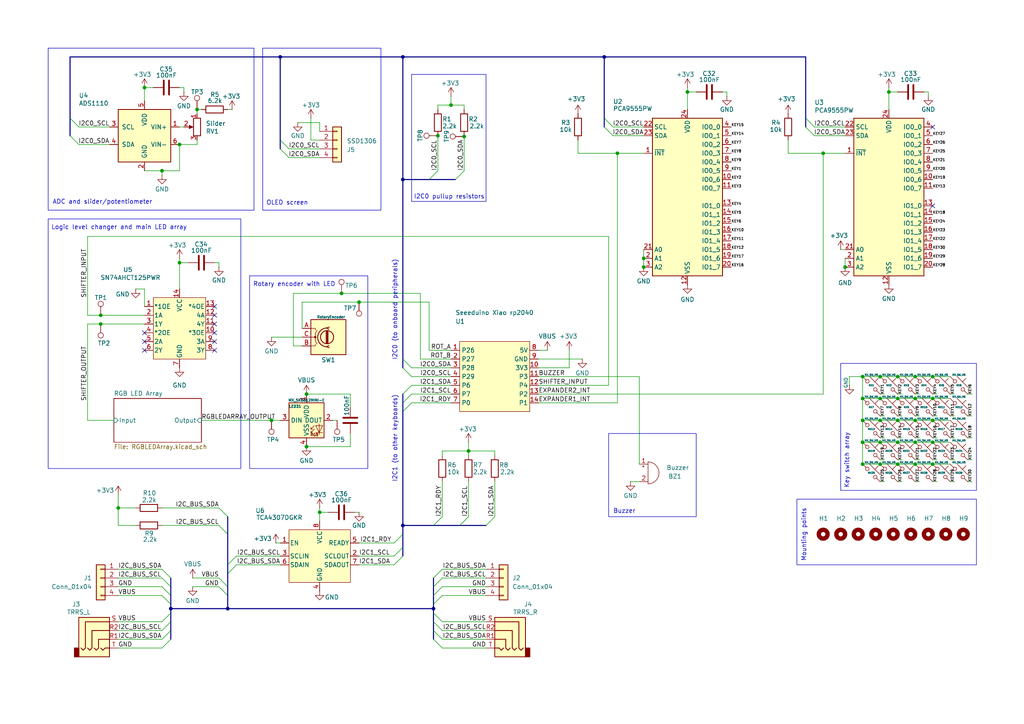
<source format=kicad_sch>
(kicad_sch (version 20250114) (generator "eeschema") (generator_version "9.0")
  (paper "A4")
  (title_block (title "The Interchange Keyboard - Right Module") (date "2025-04-16") (rev "v4.0") (company "Edward Hesketh"))
  (rectangle (start 13.97 13.97) (end 73.66 60.96))
  (rectangle (start 243.84 105.41) (end 283.21 142.24))
  (rectangle (start 119.38 21.59) (end 140.97 58.42))
  (rectangle (start 176.53 125.73) (end 201.93 149.86))
  (rectangle (start 231.14 144.78) (end 283.21 163.83))
  (rectangle (start 72.39 80.01) (end 106.68 135.89))
  (rectangle (start 13.97 63.5) (end 69.85 135.89))
  (rectangle (start 76.2 13.97) (end 110.49 60.96))
  (text "I2C0 (to onboard peripherals)" (at 114.554 89.916 90) (effects (font (size 1.27 1.27))))
  (text "I2C1 (to other keyboards)" (at 114.554 127.254 90) (effects (font (size 1.27 1.27))))
  (text "Mounting points" (at 233.172 155.194 90) (effects (font (size 1.27 1.27))))
  (text "OLED screen" (at 83.312 58.928 0) (effects (font (size 1.27 1.27))))
  (text "Rotary encoder with LED" (at 85.344 82.55 0) (effects (font (size 1.27 1.27))))
  (text "Buzzer" (at 181.102 148.336 0) (effects (font (size 1.27 1.27))))
  (text "I2C0 pullup resistors" (at 130.302 57.15 0) (effects (font (size 1.27 1.27))))
  (text "ADC and slider/potentiometer" (at 29.718 58.674 0) (effects (font (size 1.27 1.27))))
  (text "Key switch array" (at 245.618 133.604 90) (effects (font (size 1.27 1.27))))
  (text "Logic level changer and main LED array" (at 34.544 66.04 0) (effects (font (size 1.27 1.27))))
  (junction (at 270.51 109.22))
  (junction (at 199.39 26.67))
  (junction (at 186.69 74.93))
  (junction (at 116.84 16.51))
  (junction (at 265.43 128.27))
  (junction (at 127 39.37))
  (junction (at 255.27 115.57))
  (junction (at 260.35 121.92))
  (junction (at 265.43 134.62))
  (junction (at 179.07 44.45))
  (junction (at 81.28 16.51))
  (junction (at 255.27 109.22))
  (junction (at 34.29 147.32))
  (junction (at 104.14 87.63))
  (junction (at 92.71 148.59))
  (junction (at 52.07 76.2))
  (junction (at 99.06 85.09))
  (junction (at 29.21 93.98))
  (junction (at 250.19 121.92))
  (junction (at 257.81 26.67))
  (junction (at 270.51 121.92))
  (junction (at 265.43 115.57))
  (junction (at 116.84 152.4))
  (junction (at 238.76 44.45))
  (junction (at 270.51 134.62))
  (junction (at 260.35 134.62))
  (junction (at 29.21 91.44))
  (junction (at 260.35 128.27))
  (junction (at 260.35 109.22))
  (junction (at 78.74 121.92))
  (junction (at 250.19 115.57))
  (junction (at 175.26 16.51))
  (junction (at 255.27 121.92))
  (junction (at 57.15 31.75))
  (junction (at 135.89 130.81))
  (junction (at 49.53 176.53))
  (junction (at 52.07 41.91))
  (junction (at 250.19 109.22))
  (junction (at 134.62 39.5919))
  (junction (at 130.81 30.48))
  (junction (at 66.04 176.53))
  (junction (at 186.69 77.47))
  (junction (at 41.91 25.4))
  (junction (at 88.9 114.3))
  (junction (at 245.11 77.47))
  (junction (at 255.27 134.62))
  (junction (at 270.51 115.57))
  (junction (at 125.73 176.53))
  (junction (at 260.35 115.57))
  (junction (at 270.51 128.27))
  (junction (at 265.43 109.22))
  (junction (at 46.99 49.53))
  (junction (at 250.19 128.27))
  (junction (at 255.27 128.27))
  (junction (at 250.19 134.62))
  (junction (at 265.43 121.92))
  (junction (at 88.9 129.54))
  (junction (at 116.84 52.07))
  (no_connect (at 270.51 59.69))
  (no_connect (at 270.51 36.83))
  (no_connect (at 41.91 96.52))
  (no_connect (at 62.23 93.98))
  (no_connect (at 62.23 88.9))
  (no_connect (at 62.23 99.06))
  (no_connect (at 62.23 91.44))
  (no_connect (at 41.91 101.6))
  (no_connect (at 62.23 96.52))
  (no_connect (at 41.91 99.06))
  (no_connect (at 62.23 101.6))
  (bus_entry (at 132.08 52.07) (size 2.54 -2.54))
  (bus_entry (at 116.84 116.84) (size 2.54 -2.54))
  (bus_entry (at 46.99 172.72) (size 2.54 2.54))
  (bus_entry (at 128.27 170.18) (size -2.54 2.54))
  (bus_entry (at 114.3 157.48) (size 2.54 -2.54))
  (bus_entry (at 46.99 187.96) (size 2.54 -2.54))
  (bus_entry (at 81.28 43.18) (size 2.54 2.54))
  (bus_entry (at 233.68 36.83) (size 2.54 2.54))
  (bus_entry (at 133.35 152.4) (size 2.54 -2.54))
  (bus_entry (at 46.99 167.64) (size 2.54 2.54))
  (bus_entry (at 46.99 180.34) (size 2.54 -2.54))
  (bus_entry (at 20.32 34.29) (size 2.54 2.54))
  (bus_entry (at 116.84 161.29) (size -2.54 2.54))
  (bus_entry (at 46.99 165.1) (size 2.54 2.54))
  (bus_entry (at 128.27 185.42) (size -2.54 -2.54))
  (bus_entry (at 46.99 185.42) (size 2.54 -2.54))
  (bus_entry (at 66.04 172.72) (size -2.54 -2.54))
  (bus_entry (at 116.84 106.68) (size 2.54 2.54))
  (bus_entry (at 81.28 40.64) (size 2.54 2.54))
  (bus_entry (at 66.04 149.86) (size -2.54 -2.54))
  (bus_entry (at 128.27 167.64) (size -2.54 2.54))
  (bus_entry (at 128.27 172.72) (size -2.54 2.54))
  (bus_entry (at 140.97 152.4) (size 2.54 -2.54))
  (bus_entry (at 116.84 158.75) (size -2.54 2.54))
  (bus_entry (at 66.04 170.18) (size -2.54 -2.54))
  (bus_entry (at 128.27 180.34) (size -2.54 -2.54))
  (bus_entry (at 68.58 163.83) (size -2.54 2.54))
  (bus_entry (at 128.27 182.88) (size -2.54 -2.54))
  (bus_entry (at 46.99 170.18) (size 2.54 2.54))
  (bus_entry (at 175.26 34.29) (size 2.54 2.54))
  (bus_entry (at 124.46 52.07) (size 2.54 -2.54))
  (bus_entry (at 125.73 152.4) (size 2.54 -2.54))
  (bus_entry (at 175.26 36.83) (size 2.54 2.54))
  (bus_entry (at 20.32 39.37) (size 2.54 2.54))
  (bus_entry (at 116.84 104.14) (size 2.54 2.54))
  (bus_entry (at 66.04 154.94) (size -2.54 -2.54))
  (bus_entry (at 68.58 161.29) (size -2.54 2.54))
  (bus_entry (at 46.99 182.88) (size 2.54 -2.54))
  (bus_entry (at 116.84 119.38) (size 2.54 -2.54))
  (bus_entry (at 128.27 187.96) (size -2.54 -2.54))
  (bus_entry (at 116.84 114.3) (size 2.54 -2.54))
  (bus_entry (at 233.68 34.29) (size 2.54 2.54))
  (bus_entry (at 128.27 165.1) (size -2.54 2.54))
  (bus (pts (xy 125.73 175.26) (xy 125.73 176.53)))
  (wire (pts (xy 236.22 36.83) (xy 245.11 36.83)))
  (bus (pts (xy 133.35 152.4) (xy 140.97 152.4)))
  (wire (pts (xy 255.27 115.57) (xy 260.35 115.57)))
  (wire (pts (xy 29.21 93.98) (xy 41.91 93.98)))
  (wire (pts (xy 185.42 109.22) (xy 156.21 109.22)))
  (wire (pts (xy 250.19 109.22) (xy 246.38 109.22)))
  (bus (pts (xy 66.04 154.94) (xy 66.04 163.83)))
  (wire (pts (xy 228.6 40.64) (xy 228.6 44.45)))
  (wire (pts (xy 99.06 85.09) (xy 85.09 85.09)))
  (wire (pts (xy 46.99 165.1) (xy 34.29 165.1)))
  (wire (pts (xy 101.6 118.11) (xy 101.6 114.3)))
  (bus (pts (xy 233.68 34.29) (xy 233.68 36.83)))
  (wire (pts (xy 177.8 36.83) (xy 186.69 36.83)))
  (bus (pts (xy 116.84 52.07) (xy 124.46 52.07)))
  (bus (pts (xy 49.53 180.34) (xy 49.53 182.88)))
  (wire (pts (xy 266.7 120.65) (xy 265.43 120.65)))
  (bus (pts (xy 49.53 176.53) (xy 49.53 177.8)))
  (wire (pts (xy 101.6 114.3) (xy 88.9 114.3)))
  (wire (pts (xy 185.42 109.22) (xy 185.42 134.62)))
  (wire (pts (xy 281.94 133.35) (xy 280.67 133.35)))
  (wire (pts (xy 83.82 43.18) (xy 92.71 43.18)))
  (wire (pts (xy 54.61 76.2) (xy 52.07 76.2)))
  (wire (pts (xy 46.99 167.64) (xy 34.29 167.64)))
  (wire (pts (xy 143.51 130.81) (xy 143.51 132.08)))
  (bus (pts (xy 125.73 167.64) (xy 125.73 170.18)))
  (wire (pts (xy 119.38 116.84) (xy 130.81 116.84)))
  (bus (pts (xy 81.28 16.51) (xy 116.84 16.51)))
  (wire (pts (xy 128.27 167.64) (xy 140.97 167.64)))
  (wire (pts (xy 250.19 115.57) (xy 255.27 115.57)))
  (wire (pts (xy 52.07 49.53) (xy 52.07 41.91)))
  (bus (pts (xy 175.26 16.51) (xy 233.68 16.51)))
  (wire (pts (xy 99.06 85.09) (xy 121.92 85.09)))
  (bus (pts (xy 116.84 116.84) (xy 116.84 119.38)))
  (wire (pts (xy 256.54 139.7) (xy 255.27 139.7)))
  (wire (pts (xy 90.17 40.64) (xy 92.71 40.64)))
  (wire (pts (xy 238.76 44.45) (xy 238.76 114.3)))
  (wire (pts (xy 128.27 187.96) (xy 140.97 187.96)))
  (bus (pts (xy 116.84 158.75) (xy 116.84 161.29)))
  (wire (pts (xy 58.42 121.92) (xy 78.74 121.92)))
  (wire (pts (xy 135.89 128.27) (xy 135.89 130.81)))
  (wire (pts (xy 87.63 87.63) (xy 87.63 95.25)))
  (bus (pts (xy 125.73 176.53) (xy 125.73 177.8)))
  (wire (pts (xy 63.5 76.2) (xy 62.23 76.2)))
  (wire (pts (xy 176.53 111.76) (xy 176.53 68.58)))
  (wire (pts (xy 246.38 109.22) (xy 246.38 111.76)))
  (bus (pts (xy 49.53 175.26) (xy 49.53 176.53)))
  (wire (pts (xy 29.21 91.44) (xy 41.91 91.44)))
  (wire (pts (xy 238.76 44.45) (xy 245.11 44.45)))
  (wire (pts (xy 25.4 121.92) (xy 33.02 121.92)))
  (wire (pts (xy 128.27 172.72) (xy 140.97 172.72)))
  (bus (pts (xy 116.84 152.4) (xy 116.84 154.94)))
  (wire (pts (xy 156.21 111.76) (xy 176.53 111.76)))
  (wire (pts (xy 265.43 121.92) (xy 270.51 121.92)))
  (wire (pts (xy 250.19 115.57) (xy 250.19 121.92)))
  (wire (pts (xy 121.92 104.14) (xy 130.81 104.14)))
  (bus (pts (xy 66.04 163.83) (xy 66.04 166.37)))
  (wire (pts (xy 46.99 180.34) (xy 34.29 180.34)))
  (wire (pts (xy 261.62 127) (xy 260.35 127)))
  (wire (pts (xy 266.7 133.35) (xy 265.43 133.35)))
  (wire (pts (xy 127 30.48) (xy 127 31.75)))
  (wire (pts (xy 104.14 148.59) (xy 102.87 148.59)))
  (wire (pts (xy 128.27 130.81) (xy 135.89 130.81)))
  (wire (pts (xy 265.43 128.27) (xy 270.51 128.27)))
  (wire (pts (xy 53.34 36.83) (xy 52.07 36.83)))
  (wire (pts (xy 261.62 133.35) (xy 260.35 133.35)))
  (wire (pts (xy 134.62 49.53) (xy 134.62 39.5919)))
  (wire (pts (xy 97.79 121.92) (xy 96.52 121.92)))
  (wire (pts (xy 250.19 128.27) (xy 250.19 134.62)))
  (wire (pts (xy 119.38 114.3) (xy 130.81 114.3)))
  (wire (pts (xy 104.14 163.83) (xy 114.3 163.83)))
  (bus (pts (xy 124.46 52.07) (xy 132.08 52.07)))
  (wire (pts (xy 92.71 148.59) (xy 92.71 151.13)))
  (wire (pts (xy 257.81 26.67) (xy 257.81 31.75)))
  (wire (pts (xy 245.11 74.93) (xy 245.11 77.47)))
  (wire (pts (xy 260.35 134.62) (xy 265.43 134.62)))
  (wire (pts (xy 135.89 139.7) (xy 135.89 149.86)))
  (wire (pts (xy 46.99 147.32) (xy 63.5 147.32)))
  (wire (pts (xy 46.99 185.42) (xy 34.29 185.42)))
  (wire (pts (xy 83.82 45.72) (xy 92.71 45.72)))
  (wire (pts (xy 46.99 152.4) (xy 63.5 152.4)))
  (wire (pts (xy 130.81 30.48) (xy 134.62 30.48)))
  (wire (pts (xy 101.6 125.73) (xy 101.6 129.54)))
  (bus (pts (xy 116.84 152.4) (xy 125.73 152.4)))
  (wire (pts (xy 104.14 161.29) (xy 114.3 161.29)))
  (wire (pts (xy 276.86 120.65) (xy 275.59 120.65)))
  (bus (pts (xy 125.73 152.4) (xy 133.35 152.4)))
  (wire (pts (xy 165.1 101.6) (xy 165.1 106.68)))
  (bus (pts (xy 49.53 182.88) (xy 49.53 185.42)))
  (wire (pts (xy 250.19 134.62) (xy 255.27 134.62)))
  (wire (pts (xy 29.21 93.98) (xy 25.4 93.98)))
  (wire (pts (xy 78.74 121.92) (xy 81.28 121.92)))
  (bus (pts (xy 175.26 16.51) (xy 175.26 34.29)))
  (wire (pts (xy 25.4 68.58) (xy 25.4 91.44)))
  (wire (pts (xy 270.51 109.22) (xy 275.59 109.22)))
  (wire (pts (xy 270.51 128.27) (xy 275.59 128.27)))
  (bus (pts (xy 116.84 52.07) (xy 116.84 16.51)))
  (wire (pts (xy 90.17 34.29) (xy 90.17 40.64)))
  (wire (pts (xy 78.74 97.79) (xy 87.63 97.79)))
  (wire (pts (xy 63.5 167.64) (xy 55.88 167.64)))
  (bus (pts (xy 20.32 34.29) (xy 20.32 39.37)))
  (wire (pts (xy 265.43 115.57) (xy 270.51 115.57)))
  (wire (pts (xy 46.99 49.53) (xy 52.07 49.53)))
  (bus (pts (xy 116.84 104.14) (xy 116.84 106.68)))
  (bus (pts (xy 49.53 167.64) (xy 49.53 170.18)))
  (wire (pts (xy 176.53 68.58) (xy 25.4 68.58)))
  (bus (pts (xy 66.04 170.18) (xy 66.04 172.72)))
  (wire (pts (xy 165.1 106.68) (xy 156.21 106.68)))
  (bus (pts (xy 66.04 172.72) (xy 66.04 176.53)))
  (wire (pts (xy 210.82 27.94) (xy 210.82 26.67)))
  (wire (pts (xy 25.4 93.98) (xy 25.4 121.92)))
  (wire (pts (xy 271.78 114.3) (xy 270.51 114.3)))
  (wire (pts (xy 257.81 25.4) (xy 257.81 26.67)))
  (wire (pts (xy 85.09 85.09) (xy 85.09 100.33)))
  (wire (pts (xy 39.37 83.82) (xy 41.91 83.82)))
  (wire (pts (xy 256.54 120.65) (xy 255.27 120.65)))
  (wire (pts (xy 167.64 44.45) (xy 179.07 44.45)))
  (wire (pts (xy 236.22 39.37) (xy 245.11 39.37)))
  (bus (pts (xy 125.73 170.18) (xy 125.73 172.72)))
  (wire (pts (xy 130.81 27.94) (xy 130.81 30.48)))
  (wire (pts (xy 266.7 114.3) (xy 265.43 114.3)))
  (wire (pts (xy 281.94 139.7) (xy 280.67 139.7)))
  (bus (pts (xy 49.53 172.72) (xy 49.53 175.26)))
  (wire (pts (xy 255.27 109.22) (xy 260.35 109.22)))
  (wire (pts (xy 260.35 109.22) (xy 265.43 109.22)))
  (wire (pts (xy 104.14 87.63) (xy 124.46 87.63)))
  (wire (pts (xy 260.35 121.92) (xy 265.43 121.92)))
  (wire (pts (xy 168.91 104.14) (xy 156.21 104.14)))
  (wire (pts (xy 46.99 172.72) (xy 34.29 172.72)))
  (wire (pts (xy 63.5 170.18) (xy 55.88 170.18)))
  (wire (pts (xy 186.69 74.93) (xy 186.69 77.47)))
  (wire (pts (xy 250.19 109.22) (xy 250.19 115.57)))
  (wire (pts (xy 179.07 44.45) (xy 186.69 44.45)))
  (bus (pts (xy 66.04 166.37) (xy 66.04 170.18)))
  (wire (pts (xy 127 39.37) (xy 127 49.53)))
  (wire (pts (xy 256.54 133.35) (xy 255.27 133.35)))
  (wire (pts (xy 265.43 109.22) (xy 270.51 109.22)))
  (wire (pts (xy 199.39 26.67) (xy 199.39 31.75)))
  (wire (pts (xy 128.27 180.34) (xy 140.97 180.34)))
  (wire (pts (xy 271.78 127) (xy 270.51 127)))
  (bus (pts (xy 125.73 182.88) (xy 125.73 185.42)))
  (wire (pts (xy 92.71 35.56) (xy 92.71 38.1)))
  (wire (pts (xy 250.19 109.22) (xy 255.27 109.22)))
  (wire (pts (xy 41.91 83.82) (xy 41.91 88.9)))
  (wire (pts (xy 52.07 74.93) (xy 52.07 76.2)))
  (bus (pts (xy 175.26 34.29) (xy 175.26 36.83)))
  (wire (pts (xy 52.07 76.2) (xy 52.07 83.82)))
  (wire (pts (xy 256.54 127) (xy 255.27 127)))
  (wire (pts (xy 34.29 152.4) (xy 39.37 152.4)))
  (wire (pts (xy 85.09 100.33) (xy 87.63 100.33)))
  (bus (pts (xy 116.84 52.07) (xy 116.84 104.14)))
  (wire (pts (xy 271.78 139.7) (xy 270.51 139.7)))
  (wire (pts (xy 186.69 72.39) (xy 186.69 74.93)))
  (wire (pts (xy 22.86 36.83) (xy 31.75 36.83)))
  (bus (pts (xy 125.73 177.8) (xy 125.73 180.34)))
  (wire (pts (xy 58.42 31.75) (xy 57.15 31.75)))
  (wire (pts (xy 156.21 116.84) (xy 179.07 116.84)))
  (wire (pts (xy 158.75 101.6) (xy 156.21 101.6)))
  (wire (pts (xy 261.62 114.3) (xy 260.35 114.3)))
  (wire (pts (xy 260.35 128.27) (xy 265.43 128.27)))
  (wire (pts (xy 119.38 111.76) (xy 130.81 111.76)))
  (bus (pts (xy 116.84 154.94) (xy 116.84 158.75)))
  (wire (pts (xy 46.99 187.96) (xy 34.29 187.96)))
  (wire (pts (xy 124.46 87.63) (xy 124.46 101.6)))
  (wire (pts (xy 210.82 26.67) (xy 209.55 26.67)))
  (wire (pts (xy 182.88 139.7) (xy 185.42 139.7)))
  (wire (pts (xy 87.63 87.63) (xy 104.14 87.63)))
  (wire (pts (xy 270.51 121.92) (xy 275.59 121.92)))
  (wire (pts (xy 124.46 101.6) (xy 130.81 101.6)))
  (wire (pts (xy 68.58 161.29) (xy 81.28 161.29)))
  (wire (pts (xy 281.94 127) (xy 280.67 127)))
  (wire (pts (xy 104.14 157.48) (xy 114.3 157.48)))
  (wire (pts (xy 243.84 72.39) (xy 245.11 72.39)))
  (wire (pts (xy 44.45 25.4) (xy 41.91 25.4)))
  (bus (pts (xy 49.53 176.53) (xy 66.04 176.53)))
  (wire (pts (xy 276.86 133.35) (xy 275.59 133.35)))
  (wire (pts (xy 179.07 116.84) (xy 179.07 44.45)))
  (wire (pts (xy 53.34 25.4) (xy 52.07 25.4)))
  (bus (pts (xy 125.73 172.72) (xy 125.73 175.26)))
  (wire (pts (xy 25.4 91.44) (xy 29.21 91.44)))
  (wire (pts (xy 281.94 114.3) (xy 280.67 114.3)))
  (wire (pts (xy 86.36 35.56) (xy 92.71 35.56)))
  (wire (pts (xy 121.92 104.14) (xy 121.92 85.09)))
  (wire (pts (xy 22.86 41.91) (xy 31.75 41.91)))
  (wire (pts (xy 119.38 106.68) (xy 130.81 106.68)))
  (wire (pts (xy 46.99 170.18) (xy 34.29 170.18)))
  (wire (pts (xy 269.24 27.94) (xy 269.24 26.67)))
  (wire (pts (xy 134.62 30.48) (xy 134.62 31.75)))
  (bus (pts (xy 49.53 170.18) (xy 49.53 172.72)))
  (bus (pts (xy 20.32 16.51) (xy 20.32 34.29)))
  (wire (pts (xy 199.39 25.4) (xy 199.39 26.67)))
  (wire (pts (xy 167.64 44.45) (xy 167.64 40.64)))
  (wire (pts (xy 119.38 109.22) (xy 130.81 109.22)))
  (wire (pts (xy 63.5 77.47) (xy 63.5 76.2)))
  (bus (pts (xy 116.84 16.51) (xy 175.26 16.51)))
  (wire (pts (xy 276.86 127) (xy 275.59 127)))
  (wire (pts (xy 135.89 130.81) (xy 143.51 130.81)))
  (wire (pts (xy 256.54 114.3) (xy 255.27 114.3)))
  (wire (pts (xy 269.24 26.67) (xy 267.97 26.67)))
  (wire (pts (xy 128.27 139.7) (xy 128.27 149.86)))
  (wire (pts (xy 261.62 139.7) (xy 260.35 139.7)))
  (wire (pts (xy 128.27 132.08) (xy 128.27 130.81)))
  (wire (pts (xy 266.7 127) (xy 265.43 127)))
  (wire (pts (xy 46.99 182.88) (xy 34.29 182.88)))
  (bus (pts (xy 81.28 16.51) (xy 81.28 40.64)))
  (wire (pts (xy 53.34 26.67) (xy 53.34 25.4)))
  (wire (pts (xy 41.91 25.4) (xy 41.91 29.21)))
  (wire (pts (xy 57.15 31.75) (xy 57.15 33.02)))
  (wire (pts (xy 276.86 114.3) (xy 275.59 114.3)))
  (wire (pts (xy 92.71 147.32) (xy 92.71 148.59)))
  (wire (pts (xy 271.78 120.65) (xy 270.51 120.65)))
  (wire (pts (xy 250.19 121.92) (xy 255.27 121.92)))
  (wire (pts (xy 271.78 133.35) (xy 270.51 133.35)))
  (wire (pts (xy 177.8 39.37) (xy 186.69 39.37)))
  (wire (pts (xy 270.51 115.57) (xy 275.59 115.57)))
  (bus (pts (xy 116.84 119.38) (xy 116.84 152.4)))
  (wire (pts (xy 128.27 185.42) (xy 140.97 185.42)))
  (wire (pts (xy 134.62 39.5919) (xy 134.62 39.37)))
  (wire (pts (xy 255.27 134.62) (xy 260.35 134.62)))
  (wire (pts (xy 261.62 120.65) (xy 260.35 120.65)))
  (wire (pts (xy 270.51 134.62) (xy 275.59 134.62)))
  (bus (pts (xy 49.53 177.8) (xy 49.53 180.34)))
  (wire (pts (xy 34.29 143.51) (xy 34.29 147.32)))
  (wire (pts (xy 68.58 163.83) (xy 81.28 163.83)))
  (wire (pts (xy 57.15 41.91) (xy 57.15 40.64)))
  (wire (pts (xy 250.19 128.27) (xy 255.27 128.27)))
  (wire (pts (xy 41.91 49.53) (xy 46.99 49.53)))
  (wire (pts (xy 128.27 170.18) (xy 140.97 170.18)))
  (wire (pts (xy 127 30.48) (xy 130.81 30.48)))
  (bus (pts (xy 66.04 149.86) (xy 66.04 154.94)))
  (wire (pts (xy 34.29 147.32) (xy 34.29 152.4)))
  (wire (pts (xy 52.07 41.91) (xy 57.15 41.91)))
  (wire (pts (xy 276.86 139.7) (xy 275.59 139.7)))
  (wire (pts (xy 265.43 134.62) (xy 270.51 134.62)))
  (bus (pts (xy 233.68 16.51) (xy 233.68 34.29)))
  (wire (pts (xy 266.7 139.7) (xy 265.43 139.7)))
  (wire (pts (xy 143.51 139.7) (xy 143.51 149.86)))
  (bus (pts (xy 125.73 180.34) (xy 125.73 182.88)))
  (bus (pts (xy 81.28 40.64) (xy 81.28 43.18)))
  (wire (pts (xy 46.99 50.8) (xy 46.99 49.53)))
  (wire (pts (xy 101.6 129.54) (xy 88.9 129.54)))
  (wire (pts (xy 128.27 182.88) (xy 140.97 182.88)))
  (wire (pts (xy 228.6 44.45) (xy 238.76 44.45)))
  (bus (pts (xy 66.04 176.53) (xy 125.73 176.53)))
  (wire (pts (xy 255.27 121.92) (xy 260.35 121.92)))
  (bus (pts (xy 116.84 114.3) (xy 116.84 116.84)))
  (wire (pts (xy 250.19 121.92) (xy 250.19 128.27)))
  (wire (pts (xy 39.37 147.32) (xy 34.29 147.32)))
  (wire (pts (xy 281.94 120.65) (xy 280.67 120.65)))
  (bus (pts (xy 20.32 16.51) (xy 81.28 16.51)))
  (wire (pts (xy 156.21 114.3) (xy 238.76 114.3)))
  (wire (pts (xy 255.27 128.27) (xy 260.35 128.27)))
  (wire (pts (xy 66.04 31.75) (xy 67.31 31.75)))
  (wire (pts (xy 95.25 148.59) (xy 92.71 148.59)))
  (wire (pts (xy 135.89 130.81) (xy 135.89 132.08)))
  (wire (pts (xy 128.27 165.1) (xy 140.97 165.1)))
  (wire (pts (xy 260.35 115.57) (xy 265.43 115.57)))
  (wire (pts (xy 260.35 26.67) (xy 257.81 26.67)))
  (wire (pts (xy 80.01 157.48) (xy 81.28 157.48)))
  (wire (pts (xy 201.93 26.67) (xy 199.39 26.67)))
  (label "KEY3" (at 212.09 54.61 0) (effects (font (size 0.75 0.75))))
  (label "KEY7" (at 256.54 120.65 90) (effects (font (size 0.75 0.75))))
  (label "I2C_BUS_SDA" (at 140.97 185.42 180))
  (label "KEY1" (at 256.54 114.3 90) (effects (font (size 0.75 0.75))))
  (label "I2C0_SCL" (at 186.69 36.83 180))
  (label "KEY9" (at 212.09 46.99 0) (effects (font (size 0.75 0.75))))
  (label "KEY22" (at 271.78 133.35 90) (effects (font (size 0.75 0.75))))
  (label "I2C0_SCL" (at 92.71 43.18 180))
  (label "KEY26" (at 270.51 41.91 0) (effects (font (size 0.75 0.75))))
  (label "I2C0_SDA" (at 186.69 39.37 180))
  (label "KEY17" (at 212.09 74.93 0) (effects (font (size 0.75 0.75))))
  (label "I2C1_RDY" (at 104.4579 157.48 0))
  (label "KEY27" (at 266.7 139.7 90) (effects (font (size 0.75 0.75))))
  (label "KEY28" (at 271.78 139.7 90) (effects (font (size 0.75 0.75))))
  (label "I2C_BUS_SCL" (at 140.97 182.88 180))
  (label "EXPANDER1_INT" (at 156.21 116.84 0))
  (label "KEY25" (at 270.51 44.45 0) (effects (font (size 0.75 0.75))))
  (label "GND" (at 34.29 187.96 0))
  (label "KEY6" (at 212.09 64.77 0) (effects (font (size 0.75 0.75))))
  (label "I2C0_SDA" (at 92.71 45.72 180))
  (label "KEY5" (at 276.86 114.3 90) (effects (font (size 0.75 0.75))))
  (label "KEY16" (at 271.78 127 90) (effects (font (size 0.75 0.75))))
  (label "KEY29" (at 276.86 139.7 90) (effects (font (size 0.75 0.75))))
  (label "I2C0_SDA" (at 31.75 41.91 180))
  (label "KEY20" (at 261.62 133.35 90) (effects (font (size 0.75 0.75))))
  (label "ROT_B" (at 130.81 104.14 180))
  (label "KEY15" (at 212.09 36.83 0) (effects (font (size 0.75 0.75))))
  (label "KEY25" (at 256.54 139.7 90) (effects (font (size 0.75 0.75))))
  (label "GND" (at 140.97 187.96 180))
  (label "KEY13" (at 270.51 54.61 0) (effects (font (size 0.75 0.75))))
  (label "RGBLEDARRAY_OUTPUT" (at 58.42 121.92 0))
  (label "KEY2" (at 261.62 114.3 90) (effects (font (size 0.75 0.75))))
  (label "VBUS" (at 34.29 180.34 0))
  (label "I2C1_SDA" (at 130.81 111.76 180))
  (label "VBUS" (at 140.97 180.34 180))
  (label "KEY30" (at 270.51 72.39 0) (effects (font (size 0.75 0.75))))
  (label "I2C_BUS_SCL" (at 81.28 161.29 180))
  (label "KEY8" (at 261.62 120.65 90) (effects (font (size 0.75 0.75))))
  (label "VBUS" (at 140.97 172.72 180))
  (label "I2C0_SDA" (at 130.81 106.68 180))
  (label "KEY11" (at 212.09 69.85 0) (effects (font (size 0.75 0.75))))
  (label "I2C1_RDY" (at 128.27 149.86 90))
  (label "I2C1_SCL" (at 135.89 149.86 90))
  (label "I2C0_SCL" (at 130.81 109.22 180))
  (label "KEY24" (at 281.94 133.35 90) (effects (font (size 0.75 0.75))))
  (label "KEY4" (at 271.78 114.3 90) (effects (font (size 0.75 0.75))))
  (label "KEY30" (at 281.94 139.7 90) (effects (font (size 0.75 0.75))))
  (label "KEY3" (at 266.7 114.3 90) (effects (font (size 0.75 0.75))))
  (label "I2C0_SDA" (at 245.11 39.37 180))
  (label "GND" (at 63.5 170.18 180))
  (label "I2C1_SDA" (at 104.14 163.83 0))
  (label "KEY5" (at 212.09 62.23 0) (effects (font (size 0.75 0.75))))
  (label "ROT_A" (at 130.81 101.6 180))
  (label "I2C_BUS_SCL" (at 34.29 182.88 0))
  (label "KEY9" (at 266.7 120.65 90) (effects (font (size 0.75 0.75))))
  (label "I2C1_SCL" (at 104.14 161.29 0))
  (label "I2C0_SCL" (at 245.11 36.83 180))
  (label "SHIFTER_OUTPUT" (at 25.4 100.33 270))
  (label "I2C1_SCL" (at 130.81 114.3 180))
  (label "KEY20" (at 270.51 49.53 0) (effects (font (size 0.75 0.75))))
  (label "KEY19" (at 270.51 52.07 0) (effects (font (size 0.75 0.75))))
  (label "I2C1_RDY" (at 130.81 116.84 180))
  (label "KEY18" (at 270.51 62.23 0) (effects (font (size 0.75 0.75))))
  (label "I2C0_SCL" (at 127 49.53 90))
  (label "BUZZER" (at 156.21 109.22 0))
  (label "KEY18" (at 281.94 127 90) (effects (font (size 0.75 0.75))))
  (label "I2C_BUS_SDA" (at 140.97 165.1 180))
  (label "I2C0_SCL" (at 31.75 36.83 180))
  (label "KEY29" (at 270.51 74.93 0) (effects (font (size 0.75 0.75))))
  (label "KEY4" (at 212.09 59.69 0) (effects (font (size 0.75 0.75))))
  (label "KEY22" (at 270.51 69.85 0) (effects (font (size 0.75 0.75))))
  (label "KEY17" (at 276.86 127 90) (effects (font (size 0.75 0.75))))
  (label "VBUS" (at 34.29 172.72 0))
  (label "I2C1_SDA" (at 143.51 149.86 90))
  (label "KEY10" (at 212.09 67.31 0) (effects (font (size 0.75 0.75))))
  (label "I2C_BUS_SCL" (at 63.5 152.4 180))
  (label "KEY12" (at 281.94 120.65 90) (effects (font (size 0.75 0.75))))
  (label "KEY21" (at 266.7 133.35 90) (effects (font (size 0.75 0.75))))
  (label "I2C_BUS_SDA" (at 81.28 163.83 180))
  (label "GND" (at 140.97 170.18 180))
  (label "SHIFTER_INPUT" (at 156.21 111.76 0))
  (label "KEY11" (at 276.86 120.65 90) (effects (font (size 0.75 0.75))))
  (label "KEY7" (at 212.09 41.91 0) (effects (font (size 0.75 0.75))))
  (label "KEY23" (at 276.86 133.35 90) (effects (font (size 0.75 0.75))))
  (label "SHIFTER_INPUT" (at 25.4 86.36 90))
  (label "EXPANDER2_INT" (at 156.21 114.3 0))
  (label "KEY2" (at 212.09 52.07 0) (effects (font (size 0.75 0.75))))
  (label "I2C_BUS_SDA" (at 63.5 147.32 180))
  (label "I2C0_SDA" (at 134.62 49.53 90))
  (label "KEY24" (at 270.51 64.77 0) (effects (font (size 0.75 0.75))))
  (label "KEY1" (at 212.09 49.53 0) (effects (font (size 0.75 0.75))))
  (label "VBUS" (at 63.5 167.64 180))
  (label "KEY28" (at 270.51 77.47 0) (effects (font (size 0.75 0.75))))
  (label "KEY19" (at 256.54 133.35 90) (effects (font (size 0.75 0.75))))
  (label "KEY8" (at 212.09 44.45 0) (effects (font (size 0.75 0.75))))
  (label "KEY21" (at 270.51 46.99 0) (effects (font (size 0.75 0.75))))
  (label "KEY27" (at 270.51 39.37 0) (effects (font (size 0.75 0.75))))
  (label "I2C_BUS_SDA" (at 34.29 185.42 0))
  (label "KEY10" (at 271.78 120.65 90) (effects (font (size 0.75 0.75))))
  (label "KEY14" (at 261.62 127 90) (effects (font (size 0.75 0.75))))
  (label "KEY26" (at 261.62 139.7 90) (effects (font (size 0.75 0.75))))
  (label "KEY6" (at 281.94 114.3 90) (effects (font (size 0.75 0.75))))
  (label "KEY16" (at 212.09 77.47 0) (effects (font (size 0.75 0.75))))
  (label "I2C_BUS_SCL" (at 140.97 167.64 180))
  (label "I2C_BUS_SDA" (at 34.29 165.1 0))
  (label "I2C_BUS_SCL" (at 34.29 167.64 0))
  (label "KEY14" (at 212.09 39.37 0) (effects (font (size 0.75 0.75))))
  (label "KEY15" (at 266.7 127 90) (effects (font (size 0.75 0.75))))
  (label "KEY12" (at 212.09 72.39 0) (effects (font (size 0.75 0.75))))
  (label "KEY23" (at 270.51 67.31 0) (effects (font (size 0.75 0.75))))
  (label "GND" (at 34.29 170.18 0))
  (label "KEY13" (at 256.54 127 90) (effects (font (size 0.75 0.75))))
  (symbol (lib_id "Connector:TestPoint") (at 104.14 87.63 180) (unit 1)
    (property "Reference" "TP7" (at 103.378 89.408 0) (effects (justify left)))
    (property "Value" "TestPoint" (effects (hide yes)))
    (property "Footprint" "TestPoint:TestPoint_Pad_D1.5mm" (effects (hide yes)))
    (property "Description" "test point" (effects (hide yes)))
  )
  (symbol (lib_id "power:GND") (at 182.88 139.7 0) (unit 1)
    (property "Reference" "#PWR041" (effects (hide yes)))
    (property "Value" "GND" (at 182.88 143.764 0))
    (property "Description" "Power symbol creates a global label with name \"GND\" , ground" (effects (hide yes)))
  )
  (symbol (lib_id "Connector:TestPoint") (at 29.21 93.98 180) (unit 1)
    (property "Reference" "TP2" (at 32.004 99.568 0) (effects (justify left)))
    (property "Value" "TestPoint" (effects (hide yes)))
    (property "Footprint" "TestPoint:TestPoint_Pad_D1.5mm" (effects (hide yes)))
    (property "Description" "test point" (effects (hide yes)))
  )
  (symbol (lib_id "power:+3V3") (at 130.81 27.94 0) (mirror y) (unit 1)
    (property "Reference" "#PWR039" (effects (hide yes)))
    (property "Value" "+3V3" (at 130.556 24.13 0))
  )
  (symbol (lib_id "power:GND") (at 78.74 97.79 0) (unit 1)
    (property "Reference" "#PWR042" (effects (hide yes)))
    (property "Value" "GND" (at 78.74 101.854 0))
    (property "Description" "Power symbol creates a global label with name \"GND\" , ground" (effects (hide yes)))
  )
  (symbol (lib_id "power:GND") (at 92.71 171.45 0) (unit 1)
    (property "Reference" "#PWR010" (effects (hide yes)))
    (property "Value" "GND" (at 96.266 173.228 0))
    (property "Description" "Power symbol creates a global label with name \"GND\" , ground" (effects (hide yes)))
  )
  (symbol (lib_id "PCM_marbastlib-mx:MX_SW_HS_CPG151101S11") (at 267.97 124.46 0) (unit 1)
    (property "Reference" "MX16" (at 267.97 124.46 0) (effects (font (size 0.5 0.5))))
    (property "Value" "MX_SW_HS" (at 267.97 121.412 0) (effects (font (size 0.5 0.5))))
    (property "Footprint" "CustomFootprints:SW_choc_mx_combined" (effects (hide yes)))
    (property "Description" "Push button switch, normally open, two pins, 45° tilted, Kailh CPG151101S11 for Cherry MX style switches" (effects (hide yes)))
    (property "LCSC" "C41430893" (effects (hide yes)))
  )
  (symbol (lib_id "Mechanical:MountingHole") (at 264.16 154.94 0) (unit 1) (in_bom no)
    (property "Reference" "H6" (at 262.89 150.368 0) (effects (justify left)))
    (property "Value" "MountingHole_Pad" (effects (hide yes)))
    (property "Footprint" "MountingHole:MountingHole_3.2mm_M3" (effects (hide yes)))
    (property "Description" "Mounting Hole without connection" (effects (hide yes)))
  )
  (symbol (lib_id "Device:R") (at 62.23 31.75 270) (mirror x) (unit 1)
    (property "Reference" "R5" (at 60.96 27.432 90) (effects (justify left)))
    (property "Value" "6.2k" (at 60.198 29.21 90) (effects (justify left)))
    (property "Footprint" "Resistor_SMD:R_0603_1608Metric_Pad0.98x0.95mm_HandSolder" (effects (hide yes)))
    (property "Description" "Resistor" (effects (hide yes)))
    (property "LCSC" "C4260" (effects (hide yes)))
  )
  (symbol (lib_id "power:+3V3") (at 135.89 128.27 0) (mirror y) (unit 1)
    (property "Reference" "#PWR044" (effects (hide yes)))
    (property "Value" "+3V3" (at 135.636 124.46 0))
  )
  (symbol (lib_id "power:GND") (at 246.38 111.76 0) (unit 1)
    (property "Reference" "#PWR022" (effects (hide yes)))
    (property "Value" "GND" (at 245.364 110.998 90) (effects (font (size 1 1))))
    (property "Description" "Power symbol creates a global label with name \"GND\" , ground" (effects (hide yes)))
  )
  (symbol (lib_id "power:GND") (at 63.5 77.47 0) (unit 1)
    (property "Reference" "#PWR04" (effects (hide yes)))
    (property "Value" "GND" (at 63.5 81.28 0))
  )
  (symbol (lib_id "Mechanical:MountingHole") (at 238.76 154.94 0) (unit 1) (in_bom no)
    (property "Reference" "H1" (at 237.49 150.368 0) (effects (justify left)))
    (property "Value" "MountingHole_Pad" (effects (hide yes)))
    (property "Footprint" "MountingHole:MountingHole_3.2mm_M3" (effects (hide yes)))
    (property "Description" "Mounting Hole without connection" (effects (hide yes)))
  )
  (symbol (lib_id "power:GND") (at 53.34 26.67 0) (mirror y) (unit 1)
    (property "Reference" "#PWR023" (effects (hide yes)))
    (property "Value" "GND" (at 53.34 30.734 0))
  )
  (symbol (lib_id "power:+3V3") (at 92.71 147.32 0) (unit 1)
    (property "Reference" "#PWR043" (effects (hide yes)))
    (property "Value" "+3V3" (at 89.408 143.51 0) (effects (justify left)))
  )
  (symbol (lib_id "Device:RotaryEncoder") (at 95.25 97.79 0) (unit 1)
    (property "Reference" "SW1" (at 95.25 104.394 0))
    (property "Value" "RotaryEncoder" (at 96.012 91.948 0) (effects (font (size 0.75 0.75))))
    (property "Footprint" "CustomFootprints:RotaryEncoder_Alps_EC12E_Vertical_H20mm_Custom" (effects (hide yes)))
    (property "Description" "Rotary encoder, dual channel, incremental quadrate outputs" (effects (hide yes)))
  )
  (symbol (lib_id "PCM_marbastlib-mx:MX_SW_HS_CPG151101S11") (at 278.13 137.16 0) (unit 1)
    (property "Reference" "MX30" (at 278.13 137.16 0) (effects (font (size 0.5 0.5))))
    (property "Value" "MX_SW_HS" (at 278.13 134.112 0) (effects (font (size 0.5 0.5))))
    (property "Footprint" "CustomFootprints:SW_choc_mx_combined" (effects (hide yes)))
    (property "Description" "Push button switch, normally open, two pins, 45° tilted, Kailh CPG151101S11 for Cherry MX style switches" (effects (hide yes)))
    (property "LCSC" "C41430893" (effects (hide yes)))
  )
  (symbol (lib_id "Mechanical:MountingHole") (at 269.24 154.94 0) (unit 1) (in_bom no)
    (property "Reference" "H7" (at 267.97 150.368 0) (effects (justify left)))
    (property "Value" "MountingHole_Pad" (effects (hide yes)))
    (property "Footprint" "MountingHole:MountingHole_3.2mm_M3" (effects (hide yes)))
    (property "Description" "Mounting Hole without connection" (effects (hide yes)))
  )
  (symbol (lib_id "PCM_marbastlib-mx:MX_SW_HS_CPG151101S11") (at 252.73 111.76 0) (unit 1)
    (property "Reference" "MX1" (at 252.73 111.76 0) (effects (font (size 0.5 0.5))))
    (property "Value" "MX_SW_HS" (at 252.73 108.712 0) (effects (font (size 0.5 0.5))))
    (property "Footprint" "CustomFootprints:SW_choc_mx_combined" (effects (hide yes)))
    (property "Description" "Push button switch, normally open, two pins, 45° tilted, Kailh CPG151101S11 for Cherry MX style switches" (effects (hide yes)))
    (property "LCSC" "C41430893" (effects (hide yes)))
  )
  (symbol (lib_id "power:+3V3") (at 52.07 74.93 0) (unit 1)
    (property "Reference" "#PWR040" (effects (hide yes)))
    (property "Value" "+3V3" (at 48.768 71.12 0) (effects (justify left)))
  )
  (symbol (lib_id "Interface_Expansion:PCA9555PW") (at 257.81 57.15 0) (unit 1)
    (property "Reference" "U3" (at 236.22 29.718 0) (effects (justify left)))
    (property "Value" "PCA9555PW" (at 236.22 32.004 0) (effects (justify left)))
    (property "Footprint" "Package_SO:TSSOP-24_4.4x7.8mm_P0.65mm" (effects (hide yes)))
    (property "Datasheet" "https://www.nxp.com/docs/en/data-sheet/PCA9555.pdf" (effects (hide yes)))
    (property "Description" "IO expander 16 GPIO, I2C 400kHz, Interrupt, 2.3 - 5.5V, TSSOP-24" (effects (hide yes)))
    (property "LCSC" "C128392" (effects (hide yes)))
  )
  (symbol (lib_id "Connector:TestPoint") (at 97.79 121.92 180) (unit 1)
    (property "Reference" "TP5" (at 100.076 127.508 0) (effects (justify left)))
    (property "Value" "TestPoint" (effects (hide yes)))
    (property "Footprint" "TestPoint:TestPoint_Pad_D1.5mm" (effects (hide yes)))
    (property "Description" "test point" (effects (hide yes)))
  )
  (symbol (lib_id "power:GND") (at 104.14 148.59 0) (unit 1)
    (property "Reference" "#PWR05" (effects (hide yes)))
    (property "Value" "GND" (at 104.14 152.4 0))
  )
  (symbol (lib_id "Connector_Audio:AudioJack4") (at 146.05 182.88 0) (mirror y) (unit 1)
    (property "Reference" "J4" (at 153.162 175.26 0))
    (property "Value" "TRRS_R" (at 152.4 177.546 0))
    (property "Footprint" "Connector_Audio:Jack_3.5mm_KoreanHropartsElec_PJ-320D-4A_Horizontal" (effects (hide yes)))
    (property "Description" "Audio Jack, 4 Poles (TRRS)" (effects (hide yes)))
  )
  (symbol (lib_id "PCM_marbastlib-mx:MX_SW_HS_CPG151101S11") (at 262.89 124.46 0) (unit 1)
    (property "Reference" "MX15" (at 262.89 124.46 0) (effects (font (size 0.5 0.5))))
    (property "Value" "MX_SW_HS" (at 262.89 121.412 0) (effects (font (size 0.5 0.5))))
    (property "Footprint" "CustomFootprints:SW_choc_mx_combined" (effects (hide yes)))
    (property "Description" "Push button switch, normally open, two pins, 45° tilted, Kailh CPG151101S11 for Cherry MX style switches" (effects (hide yes)))
    (property "LCSC" "C41430893" (effects (hide yes)))
  )
  (symbol (lib_id "Connector_Audio:AudioJack4") (at 29.21 182.88 0) (unit 1)
    (property "Reference" "J3" (at 22.098 175.26 0))
    (property "Value" "TRRS_L" (at 22.86 177.546 0))
    (property "Footprint" "Connector_Audio:Jack_3.5mm_KoreanHropartsElec_PJ-320D-4A_Horizontal" (effects (hide yes)))
    (property "Description" "Audio Jack, 4 Poles (TRRS)" (effects (hide yes)))
  )
  (symbol (lib_id "Connector:TestPoint") (at 127 39.37 90) (unit 1)
    (property "Reference" "TP8" (at 121.92 41.148 0) (effects (justify left)))
    (property "Value" "TestPoint" (effects (hide yes)))
    (property "Footprint" "TestPoint:TestPoint_Pad_D1.5mm" (effects (hide yes)))
    (property "Description" "test point" (effects (hide yes)))
  )
  (symbol (lib_id "power:+3V3") (at 80.01 157.48 0) (unit 1)
    (property "Reference" "#PWR026" (effects (hide yes)))
    (property "Value" "+3V3" (at 76.2 156.21 0))
    (property "Description" "Power symbol creates a global label with name \"+3V3\"" (effects (hide yes)))
  )
  (symbol (lib_id "PCM_marbastlib-mx:MX_SW_HS_CPG151101S11") (at 273.05 130.81 0) (unit 1)
    (property "Reference" "MX23" (at 273.05 130.81 0) (effects (font (size 0.5 0.5))))
    (property "Value" "MX_SW_HS" (at 273.05 127.762 0) (effects (font (size 0.5 0.5))))
    (property "Footprint" "CustomFootprints:SW_choc_mx_combined" (effects (hide yes)))
    (property "Description" "Push button switch, normally open, two pins, 45° tilted, Kailh CPG151101S11 for Cherry MX style switches" (effects (hide yes)))
    (property "LCSC" "C41430893" (effects (hide yes)))
  )
  (symbol (lib_id "Device:R") (at 134.62 35.56 0) (unit 1)
    (property "Reference" "R2" (at 135.89 34.544 0) (effects (justify left)))
    (property "Value" "2.2k" (at 136.144 36.576 0) (effects (justify left)))
    (property "Footprint" "Resistor_SMD:R_0603_1608Metric_Pad0.98x0.95mm_HandSolder" (effects (hide yes)))
    (property "Description" "Resistor" (effects (hide yes)))
    (property "LCSC" "C4190" (effects (hide yes)))
  )
  (symbol (lib_id "PCM_marbastlib-mx:MX_SW_HS_CPG151101S11") (at 267.97 130.81 0) (unit 1)
    (property "Reference" "MX22" (at 267.97 130.81 0) (effects (font (size 0.5 0.5))))
    (property "Value" "MX_SW_HS" (at 267.97 127.762 0) (effects (font (size 0.5 0.5))))
    (property "Footprint" "CustomFootprints:SW_choc_mx_combined" (effects (hide yes)))
    (property "Description" "Push button switch, normally open, two pins, 45° tilted, Kailh CPG151101S11 for Cherry MX style switches" (effects (hide yes)))
    (property "LCSC" "C41430893" (effects (hide yes)))
  )
  (symbol (lib_id "power:VBUS") (at 88.9 114.3 0) (unit 1)
    (property "Reference" "#PWR017" (effects (hide yes)))
    (property "Value" "VBUS" (at 88.9 110.236 0))
    (property "Description" "Power symbol creates a global label with name \"VBUS\"" (effects (hide yes)))
  )
  (symbol (lib_id "Connector:TestPoint") (at 57.15 31.75 0) (unit 1)
    (property "Reference" "TP3" (at 55.372 26.67 0) (effects (justify left)))
    (property "Value" "TestPoint" (effects (hide yes)))
    (property "Footprint" "TestPoint:TestPoint_Pad_D1.5mm" (effects (hide yes)))
    (property "Description" "test point" (effects (hide yes)))
  )
  (symbol (lib_id "power:+3V3") (at 67.31 31.75 0) (mirror y) (unit 1)
    (property "Reference" "#PWR018" (effects (hide yes)))
    (property "Value" "+3V3" (at 67.056 27.94 0))
  )
  (symbol (lib_id "PCM_marbastlib-mx:MX_SW_HS_CPG151101S11") (at 278.13 130.81 0) (unit 1)
    (property "Reference" "MX24" (at 278.13 130.81 0) (effects (font (size 0.5 0.5))))
    (property "Value" "MX_SW_HS" (at 278.13 127.762 0) (effects (font (size 0.5 0.5))))
    (property "Footprint" "CustomFootprints:SW_choc_mx_combined" (effects (hide yes)))
    (property "Description" "Push button switch, normally open, two pins, 45° tilted, Kailh CPG151101S11 for Cherry MX style switches" (effects (hide yes)))
    (property "LCSC" "C41430893" (effects (hide yes)))
  )
  (symbol (lib_id "Device:C") (at 205.74 26.67 270) (unit 1)
    (property "Reference" "C32" (at 203.708 21.336 90) (effects (justify left)))
    (property "Value" "100nF" (at 202.692 23.114 90) (effects (justify left)))
    (property "Footprint" "Capacitor_SMD:C_0603_1608Metric_Pad1.08x0.95mm_HandSolder" (effects (hide yes)))
    (property "Description" "Unpolarized capacitor" (effects (hide yes)))
    (property "LCSC" "C14663" (effects (hide yes)))
  )
  (symbol (lib_id "Device:R") (at 143.51 135.89 0) (unit 1)
    (property "Reference" "R8" (at 144.78 134.874 0) (effects (justify left)))
    (property "Value" "2.2k" (at 145.034 136.906 0) (effects (justify left)))
    (property "Footprint" "Resistor_SMD:R_0603_1608Metric_Pad0.98x0.95mm_HandSolder" (effects (hide yes)))
    (property "Description" "Resistor" (effects (hide yes)))
    (property "LCSC" "C4190" (effects (hide yes)))
  )
  (symbol (lib_id "CustomSymbols:TCA4307DGKR") (at 92.71 161.29 0) (unit 1)
    (property "Reference" "U6" (at 75.438 148.082 0))
    (property "Value" "TCA4307DGKR" (at 81.026 150.114 0))
    (property "Footprint" "CustomFootprints:SOIC8_DGK_TEX" (effects (hide yes)))
    (property "Datasheet" "TCA4307DGKR" (effects (hide yes)))
    (property "LCSC" "C880333" (effects (hide yes)))
  )
  (symbol (lib_id "Interface_Expansion:PCA9555PW") (at 199.39 57.15 0) (unit 1)
    (property "Reference" "U2" (at 177.8 29.464 0) (effects (justify left)))
    (property "Value" "PCA9555PW" (at 177.8 31.496 0) (effects (justify left)))
    (property "Footprint" "Package_SO:TSSOP-24_4.4x7.8mm_P0.65mm" (effects (hide yes)))
    (property "Datasheet" "https://www.nxp.com/docs/en/data-sheet/PCA9555.pdf" (effects (hide yes)))
    (property "Description" "IO expander 16 GPIO, I2C 400kHz, Interrupt, 2.3 - 5.5V, TSSOP-24" (effects (hide yes)))
    (property "LCSC" "C128392" (effects (hide yes)))
  )
  (symbol (lib_id "PCM_marbastlib-mx:MX_SW_HS_CPG151101S11") (at 273.05 111.76 0) (unit 1)
    (property "Reference" "MX5" (at 273.05 111.76 0) (effects (font (size 0.5 0.5))))
    (property "Value" "MX_SW_HS" (at 273.05 108.712 0) (effects (font (size 0.5 0.5))))
    (property "Footprint" "CustomFootprints:SW_choc_mx_combined" (effects (hide yes)))
    (property "Description" "Push button switch, normally open, two pins, 45° tilted, Kailh CPG151101S11 for Cherry MX style switches" (effects (hide yes)))
    (property "LCSC" "C41430893" (effects (hide yes)))
  )
  (symbol (lib_id "Connector:TestPoint") (at 99.06 85.09 0) (unit 1)
    (property "Reference" "TP6" (at 100.076 82.804 0) (effects (justify left)))
    (property "Value" "TestPoint" (effects (hide yes)))
    (property "Footprint" "TestPoint:TestPoint_Pad_D1.5mm" (effects (hide yes)))
    (property "Description" "test point" (effects (hide yes)))
  )
  (symbol (lib_id "Device:R") (at 167.64 36.83 0) (unit 1)
    (property "Reference" "R3" (at 164.084 35.56 0))
    (property "Value" "10k" (at 164.084 37.592 0))
    (property "Footprint" "Resistor_SMD:R_0603_1608Metric_Pad0.98x0.95mm_HandSolder" (effects (hide yes)))
    (property "Description" "Resistor" (effects (hide yes)))
    (property "LCSC" "C25804" (effects (hide yes)))
  )
  (symbol (lib_id "Device:C") (at 264.16 26.67 270) (unit 1)
    (property "Reference" "C33" (at 262.128 21.336 90) (effects (justify left)))
    (property "Value" "100nF" (at 261.112 23.114 90) (effects (justify left)))
    (property "Footprint" "Capacitor_SMD:C_0603_1608Metric_Pad1.08x0.95mm_HandSolder" (effects (hide yes)))
    (property "Description" "Unpolarized capacitor" (effects (hide yes)))
    (property "LCSC" "C14663" (effects (hide yes)))
  )
  (symbol (lib_id "Device:C") (at 101.6 121.92 180) (unit 1)
    (property "Reference" "C31" (effects (hide yes)))
    (property "Value" "100nF" (at 100.584 120.65 90) (effects (justify right)))
    (property "Footprint" "Capacitor_SMD:C_0603_1608Metric_Pad1.08x0.95mm_HandSolder" (effects (hide yes)))
    (property "Description" "Unpolarized capacitor" (effects (hide yes)))
    (property "LCSC" "C14663" (effects (hide yes)))
  )
  (symbol (lib_id "PCM_marbastlib-mx:MX_SW_HS_CPG151101S11") (at 262.89 118.11 0) (unit 1)
    (property "Reference" "MX9" (at 262.89 118.11 0) (effects (font (size 0.5 0.5))))
    (property "Value" "MX_SW_HS" (at 262.89 115.062 0) (effects (font (size 0.5 0.5))))
    (property "Footprint" "CustomFootprints:SW_choc_mx_combined" (effects (hide yes)))
    (property "Description" "Push button switch, normally open, two pins, 45° tilted, Kailh CPG151101S11 for Cherry MX style switches" (effects (hide yes)))
    (property "LCSC" "C41430893" (effects (hide yes)))
  )
  (symbol (lib_id "PCM_marbastlib-mx:MX_SW_HS_CPG151101S11") (at 267.97 111.76 0) (unit 1)
    (property "Reference" "MX4" (at 267.97 111.76 0) (effects (font (size 0.5 0.5))))
    (property "Value" "MX_SW_HS" (at 267.97 108.712 0) (effects (font (size 0.5 0.5))))
    (property "Footprint" "CustomFootprints:SW_choc_mx_combined" (effects (hide yes)))
    (property "Description" "Push button switch, normally open, two pins, 45° tilted, Kailh CPG151101S11 for Cherry MX style switches" (effects (hide yes)))
    (property "LCSC" "C41430893" (effects (hide yes)))
  )
  (symbol (lib_id "PCM_marbastlib-mx:MX_SK6812MINI-E") (at 88.9 121.92 0) (unit 1)
    (property "Reference" "LED31" (at 85.598 117.856 0) (effects (font (size 0.75 0.75))))
    (property "Value" "MX_SK6812MINI-E" (at 88.9 116.078 0) (effects (font (size 0.75 0.75))))
    (property "Footprint" "CustomFootprints:LED_6028R_Custom" (effects (hide yes)))
    (property "LCSC" "C5149201" (effects (hide yes)))
  )
  (symbol (lib_id "PCM_marbastlib-promicroish:Seeeduino_Xiao_rp2040") (at 143.51 109.22 0) (unit 1) (in_bom no)
    (property "Reference" "U1" (at 132.08 93.218 0) (effects (justify left)))
    (property "Value" "Seeeduino Xiao rp2040" (at 132.08 90.678 0) (effects (justify left)))
    (property "Footprint" "CustomFootprints:Xiao_rp2040_AC_Reflow_Custom" (effects (hide yes)))
    (property "Description" "Symbol for a Seeeduino Xiao rp2040" (effects (hide yes)))
  )
  (symbol (lib_id "power:VBUS") (at 55.88 167.64 0) (unit 1)
    (property "Reference" "#PWR09" (effects (hide yes)))
    (property "Value" "VBUS" (at 55.88 163.576 0))
    (property "Description" "Power symbol creates a global label with name \"VBUS\"" (effects (hide yes)))
  )
  (symbol (lib_id "PCM_marbastlib-mx:MX_SW_HS_CPG151101S11") (at 262.89 130.81 0) (unit 1)
    (property "Reference" "MX21" (at 262.89 130.81 0) (effects (font (size 0.5 0.5))))
    (property "Value" "MX_SW_HS" (at 262.89 127.762 0) (effects (font (size 0.5 0.5))))
    (property "Footprint" "CustomFootprints:SW_choc_mx_combined" (effects (hide yes)))
    (property "Description" "Push button switch, normally open, two pins, 45° tilted, Kailh CPG151101S11 for Cherry MX style switches" (effects (hide yes)))
    (property "LCSC" "C41430893" (effects (hide yes)))
  )
  (symbol (lib_id "Mechanical:MountingHole") (at 259.08 154.94 0) (unit 1) (in_bom no)
    (property "Reference" "H5" (at 257.81 150.368 0) (effects (justify left)))
    (property "Value" "MountingHole_Pad" (effects (hide yes)))
    (property "Footprint" "MountingHole:MountingHole_3.2mm_M3" (effects (hide yes)))
    (property "Description" "Mounting Hole without connection" (effects (hide yes)))
  )
  (symbol (lib_id "power:+3V3") (at 90.17 34.29 0) (unit 1)
    (property "Reference" "#PWR031" (effects (hide yes)))
    (property "Value" "+3V3" (at 90.17 30.48 0))
  )
  (symbol (lib_id "Connector:TestPoint") (at 29.21 91.44 0) (unit 1)
    (property "Reference" "TP1" (at 27.432 86.36 0) (effects (justify left)))
    (property "Value" "TestPoint" (effects (hide yes)))
    (property "Footprint" "TestPoint:TestPoint_Pad_D1.5mm" (effects (hide yes)))
    (property "Description" "test point" (effects (hide yes)))
  )
  (symbol (lib_id "Device:R_Potentiometer") (at 57.15 36.83 0) (mirror y) (unit 1)
    (property "Reference" "RV1" (at 59.69 38.1001 0) (effects (justify right)))
    (property "Value" "Slider" (at 59.69 35.814 0) (effects (justify right)))
    (property "Footprint" "CustomFootprints:SW_RS45111A900F_ALPS" (effects (hide yes)))
    (property "Description" "Potentiometer" (effects (hide yes)))
  )
  (symbol (lib_id "power:VBUS") (at 158.75 101.6 0) (unit 1)
    (property "Reference" "#PWR029" (effects (hide yes)))
    (property "Value" "VBUS" (at 158.75 97.536 0))
    (property "Description" "Power symbol creates a global label with name \"VBUS\"" (effects (hide yes)))
  )
  (symbol (lib_id "PCM_marbastlib-mx:MX_SW_HS_CPG151101S11") (at 257.81 111.76 0) (unit 1)
    (property "Reference" "MX2" (at 257.81 111.76 0) (effects (font (size 0.5 0.5))))
    (property "Value" "MX_SW_HS" (at 257.81 108.712 0) (effects (font (size 0.5 0.5))))
    (property "Footprint" "CustomFootprints:SW_choc_mx_combined" (effects (hide yes)))
    (property "Description" "Push button switch, normally open, two pins, 45° tilted, Kailh CPG151101S11 for Cherry MX style switches" (effects (hide yes)))
    (property "LCSC" "C41430893" (effects (hide yes)))
  )
  (symbol (lib_id "power:GND") (at 199.39 82.55 0) (unit 1)
    (property "Reference" "#PWR014" (effects (hide yes)))
    (property "Value" "GND" (at 199.39 86.868 0))
  )
  (symbol (lib_id "power:GND") (at 39.37 83.82 0) (unit 1)
    (property "Reference" "#PWR048" (effects (hide yes)))
    (property "Value" "GND" (at 35.56 85.344 0))
    (property "Description" "Power symbol creates a global label with name \"GND\" , ground" (effects (hide yes)))
  )
  (symbol (lib_id "power:+3V3") (at 199.39 25.4 0) (unit 1)
    (property "Reference" "#PWR034" (effects (hide yes)))
    (property "Value" "+3V3" (at 196.088 21.59 0) (effects (justify left)))
  )
  (symbol (lib_id "PCM_marbastlib-mx:MX_SW_HS_CPG151101S11") (at 262.89 111.76 0) (unit 1)
    (property "Reference" "MX3" (at 262.89 111.76 0) (effects (font (size 0.5 0.5))))
    (property "Value" "MX_SW_HS" (at 262.89 108.712 0) (effects (font (size 0.5 0.5))))
    (property "Footprint" "CustomFootprints:SW_choc_mx_combined" (effects (hide yes)))
    (property "Description" "Push button switch, normally open, two pins, 45° tilted, Kailh CPG151101S11 for Cherry MX style switches" (effects (hide yes)))
    (property "LCSC" "C41430893" (effects (hide yes)))
  )
  (symbol (lib_id "power:+3V3") (at 257.81 25.4 0) (unit 1)
    (property "Reference" "#PWR035" (effects (hide yes)))
    (property "Value" "+3V3" (at 254.508 21.59 0) (effects (justify left)))
  )
  (symbol (lib_id "Connector_Generic:Conn_01x04") (at 29.21 167.64 0) (mirror y) (unit 1)
    (property "Reference" "J1" (at 26.67 167.6399 0) (effects (justify left)))
    (property "Value" "Conn_01x04" (at 26.67 170.1799 0) (effects (justify left)))
    (property "Footprint" "CustomFootprints:MagneticSlot_Right" (effects (hide yes)))
    (property "Description" "Generic connector, single row, 01x04, script generated (kicad-library-utils/schlib/autogen/connector/)" (effects (hide yes)))
  )
  (symbol (lib_id "power:+3V3") (at 228.6 33.02 0) (unit 1)
    (property "Reference" "#PWR036" (effects (hide yes)))
    (property "Value" "+3V3" (at 228.092 28.702 0))
    (property "Description" "Power symbol creates a global label with name \"+3V3\"" (effects (hide yes)))
  )
  (symbol (lib_id "Device:R") (at 228.6 36.83 0) (unit 1)
    (property "Reference" "R4" (at 225.044 35.56 0))
    (property "Value" "10k" (at 225.044 37.592 0))
    (property "Footprint" "Resistor_SMD:R_0603_1608Metric_Pad0.98x0.95mm_HandSolder" (effects (hide yes)))
    (property "Description" "Resistor" (effects (hide yes)))
    (property "LCSC" "C25804" (effects (hide yes)))
  )
  (symbol (lib_id "PCM_marbastlib-mx:MX_SW_HS_CPG151101S11") (at 267.97 137.16 0) (unit 1)
    (property "Reference" "MX28" (at 267.97 137.16 0) (effects (font (size 0.5 0.5))))
    (property "Value" "MX_SW_HS" (at 267.97 134.112 0) (effects (font (size 0.5 0.5))))
    (property "Footprint" "CustomFootprints:SW_choc_mx_combined" (effects (hide yes)))
    (property "Description" "Push button switch, normally open, two pins, 45° tilted, Kailh CPG151101S11 for Cherry MX style switches" (effects (hide yes)))
    (property "LCSC" "C41430893" (effects (hide yes)))
  )
  (symbol (lib_id "power:GND") (at 245.11 77.47 0) (unit 1)
    (property "Reference" "#PWR013" (effects (hide yes)))
    (property "Value" "GND" (at 245.11 82.042 0))
  )
  (symbol (lib_id "Connector:TestPoint") (at 134.62 39.5919 90) (unit 1)
    (property "Reference" "TP9" (at 129.54 41.3699 0) (effects (justify left)))
    (property "Value" "TestPoint" (effects (hide yes)))
    (property "Footprint" "TestPoint:TestPoint_Pad_D1.5mm" (effects (hide yes)))
    (property "Description" "test point" (effects (hide yes)))
  )
  (symbol (lib_id "Connector:TestPoint") (at 78.74 121.92 180) (unit 1)
    (property "Reference" "TP4" (at 81.026 127.508 0) (effects (justify left)))
    (property "Value" "TestPoint" (effects (hide yes)))
    (property "Footprint" "TestPoint:TestPoint_Pad_D1.5mm" (effects (hide yes)))
    (property "Description" "test point" (effects (hide yes)))
  )
  (symbol (lib_id "power:GND") (at 168.91 104.14 0) (unit 1)
    (property "Reference" "#PWR030" (effects (hide yes)))
    (property "Value" "GND" (at 168.91 108.204 0))
    (property "Description" "Power symbol creates a global label with name \"GND\" , ground" (effects (hide yes)))
  )
  (symbol (lib_id "power:GND") (at 88.9 129.54 0) (unit 1)
    (property "Reference" "#PWR020" (effects (hide yes)))
    (property "Value" "GND" (at 88.9 133.604 0))
    (property "Description" "Power symbol creates a global label with name \"GND\" , ground" (effects (hide yes)))
  )
  (symbol (lib_id "power:GND") (at 86.36 35.56 0) (unit 1)
    (property "Reference" "#PWR028" (effects (hide yes)))
    (property "Value" "GND" (at 86.36 39.37 0))
  )
  (symbol (lib_id "Mechanical:MountingHole") (at 243.84 154.94 0) (unit 1) (in_bom no)
    (property "Reference" "H2" (at 242.57 150.368 0) (effects (justify left)))
    (property "Value" "MountingHole_Pad" (effects (hide yes)))
    (property "Footprint" "MountingHole:MountingHole_3.2mm_M3" (effects (hide yes)))
    (property "Description" "Mounting Hole without connection" (effects (hide yes)))
  )
  (symbol (lib_id "PCM_marbastlib-mx:MX_SW_HS_CPG151101S11") (at 257.81 130.81 0) (unit 1)
    (property "Reference" "MX20" (at 257.81 130.81 0) (effects (font (size 0.5 0.5))))
    (property "Value" "MX_SW_HS" (at 257.81 127.762 0) (effects (font (size 0.5 0.5))))
    (property "Footprint" "CustomFootprints:SW_choc_mx_combined" (effects (hide yes)))
    (property "Description" "Push button switch, normally open, two pins, 45° tilted, Kailh CPG151101S11 for Cherry MX style switches" (effects (hide yes)))
    (property "LCSC" "C41430893" (effects (hide yes)))
  )
  (symbol (lib_id "Connector_Generic:Conn_01x04") (at 146.05 167.64 0) (unit 1)
    (property "Reference" "J2" (at 148.59 167.6399 0) (effects (justify left)))
    (property "Value" "Conn_01x04" (at 148.59 170.1799 0) (effects (justify left)))
    (property "Footprint" "CustomFootprints:MagneticSlot_Left" (effects (hide yes)))
    (property "Description" "Generic connector, single row, 01x04, script generated (kicad-library-utils/schlib/autogen/connector/)" (effects (hide yes)))
  )
  (symbol (lib_id "power:+3V3") (at 243.84 72.39 0) (unit 1)
    (property "Reference" "#PWR011" (effects (hide yes)))
    (property "Value" "+3V3" (at 243.332 68.326 0))
  )
  (symbol (lib_id "power:+3V3") (at 34.29 143.51 0) (unit 1)
    (property "Reference" "#PWR045" (effects (hide yes)))
    (property "Value" "+3V3" (at 30.48 142.24 0))
    (property "Description" "Power symbol creates a global label with name \"+3V3\"" (effects (hide yes)))
  )
  (symbol (lib_id "power:GND") (at 55.88 170.18 0) (unit 1)
    (property "Reference" "#PWR08" (effects (hide yes)))
    (property "Value" "GND" (at 55.88 174.244 0))
    (property "Description" "Power symbol creates a global label with name \"GND\" , ground" (effects (hide yes)))
  )
  (symbol (lib_id "PCM_marbastlib-mx:MX_SW_HS_CPG151101S11") (at 278.13 111.76 0) (unit 1)
    (property "Reference" "MX6" (at 278.13 111.76 0) (effects (font (size 0.5 0.5))))
    (property "Value" "MX_SW_HS" (at 278.13 108.712 0) (effects (font (size 0.5 0.5))))
    (property "Footprint" "CustomFootprints:SW_choc_mx_combined" (effects (hide yes)))
    (property "Description" "Push button switch, normally open, two pins, 45° tilted, Kailh CPG151101S11 for Cherry MX style switches" (effects (hide yes)))
    (property "LCSC" "C41430893" (effects (hide yes)))
  )
  (symbol (lib_id "power:GND") (at 257.81 82.55 0) (unit 1)
    (property "Reference" "#PWR015" (effects (hide yes)))
    (property "Value" "GND" (at 257.81 86.614 0))
  )
  (symbol (lib_id "power:GND") (at 186.69 77.47 0) (unit 1)
    (property "Reference" "#PWR012" (effects (hide yes)))
    (property "Value" "GND" (at 186.69 81.534 0))
  )
  (symbol (lib_id "Device:R") (at 135.89 135.89 0) (unit 1)
    (property "Reference" "R7" (at 137.16 134.874 0) (effects (justify left)))
    (property "Value" "2.2k" (at 137.16 136.906 0) (effects (justify left)))
    (property "Footprint" "Resistor_SMD:R_0603_1608Metric_Pad0.98x0.95mm_HandSolder" (effects (hide yes)))
    (property "Description" "Resistor" (effects (hide yes)))
    (property "LCSC" "C4190" (effects (hide yes)))
  )
  (symbol (lib_id "Device:R") (at 127 35.56 0) (unit 1)
    (property "Reference" "R1" (at 128.27 34.544 0) (effects (justify left)))
    (property "Value" "2.2k" (at 128.27 36.576 0) (effects (justify left)))
    (property "Footprint" "Resistor_SMD:R_0603_1608Metric_Pad0.98x0.95mm_HandSolder" (effects (hide yes)))
    (property "Description" "Resistor" (effects (hide yes)))
    (property "LCSC" "C4190" (effects (hide yes)))
  )
  (symbol (lib_id "power:GND") (at 52.07 106.68 0) (unit 1)
    (property "Reference" "#PWR047" (effects (hide yes)))
    (property "Value" "GND" (at 52.07 111.76 0))
    (property "Description" "Power symbol creates a global label with name \"GND\" , ground" (effects (hide yes)))
  )
  (symbol (lib_id "Mechanical:MountingHole") (at 279.4 154.94 0) (unit 1) (in_bom no)
    (property "Reference" "H9" (at 278.13 150.368 0) (effects (justify left)))
    (property "Value" "MountingHole_Pad" (effects (hide yes)))
    (property "Footprint" "MountingHole:MountingHole_3.2mm_M3" (effects (hide yes)))
    (property "Description" "Mounting Hole without connection" (effects (hide yes)))
  )
  (symbol (lib_id "Mechanical:MountingHole") (at 274.32 154.94 0) (unit 1) (in_bom no)
    (property "Reference" "H8" (at 273.05 150.368 0) (effects (justify left)))
    (property "Value" "MountingHole_Pad" (effects (hide yes)))
    (property "Footprint" "MountingHole:MountingHole_3.2mm_M3" (effects (hide yes)))
    (property "Description" "Mounting Hole without connection" (effects (hide yes)))
  )
  (symbol (lib_id "Device:R") (at 43.18 152.4 270) (unit 1)
    (property "Reference" "R9" (at 41.91 154.686 90) (effects (justify left)))
    (property "Value" "2.2k" (at 41.402 156.464 90) (effects (justify left)))
    (property "Footprint" "Resistor_SMD:R_0603_1608Metric_Pad0.98x0.95mm_HandSolder" (effects (hide yes)))
    (property "Description" "Resistor" (effects (hide yes)))
    (property "LCSC" "C4190" (effects (hide yes)))
  )
  (symbol (lib_id "Device:C") (at 48.26 25.4 270) (unit 1)
    (property "Reference" "C35" (at 46.228 20.066 90) (effects (justify left)))
    (property "Value" "100nF" (at 45.212 21.844 90) (effects (justify left)))
    (property "Footprint" "Capacitor_SMD:C_0603_1608Metric_Pad1.08x0.95mm_HandSolder" (effects (hide yes)))
    (property "Description" "Unpolarized capacitor" (effects (hide yes)))
    (property "LCSC" "C14663" (effects (hide yes)))
  )
  (symbol (lib_id "PCM_marbastlib-mx:MX_SW_HS_CPG151101S11") (at 257.81 124.46 0) (unit 1)
    (property "Reference" "MX14" (at 257.81 124.46 0) (effects (font (size 0.5 0.5))))
    (property "Value" "MX_SW_HS" (at 257.81 121.412 0) (effects (font (size 0.5 0.5))))
    (property "Footprint" "CustomFootprints:SW_choc_mx_combined" (effects (hide yes)))
    (property "Description" "Push button switch, normally open, two pins, 45° tilted, Kailh CPG151101S11 for Cherry MX style switches" (effects (hide yes)))
    (property "LCSC" "C41430893" (effects (hide yes)))
  )
  (symbol (lib_id "PCM_marbastlib-mx:MX_SW_HS_CPG151101S11") (at 252.73 118.11 0) (unit 1)
    (property "Reference" "MX7" (at 252.73 118.11 0) (effects (font (size 0.5 0.5))))
    (property "Value" "MX_SW_HS" (at 252.73 115.062 0) (effects (font (size 0.5 0.5))))
    (property "Footprint" "CustomFootprints:SW_choc_mx_combined" (effects (hide yes)))
    (property "Description" "Push button switch, normally open, two pins, 45° tilted, Kailh CPG151101S11 for Cherry MX style switches" (effects (hide yes)))
    (property "LCSC" "C41430893" (effects (hide yes)))
  )
  (symbol (lib_id "power:GND") (at 269.24 27.94 0) (unit 1)
    (property "Reference" "#PWR02" (effects (hide yes)))
    (property "Value" "GND" (at 269.24 31.75 0))
  )
  (symbol (lib_id "PCM_marbastlib-mx:MX_SW_HS_CPG151101S11") (at 257.81 118.11 0) (unit 1)
    (property "Reference" "MX8" (at 257.81 118.11 0) (effects (font (size 0.5 0.5))))
    (property "Value" "MX_SW_HS" (at 257.81 115.062 0) (effects (font (size 0.5 0.5))))
    (property "Footprint" "CustomFootprints:SW_choc_mx_combined" (effects (hide yes)))
    (property "Description" "Push button switch, normally open, two pins, 45° tilted, Kailh CPG151101S11 for Cherry MX style switches" (effects (hide yes)))
    (property "LCSC" "C41430893" (effects (hide yes)))
  )
  (symbol (lib_id "Mechanical:MountingHole") (at 248.92 154.94 0) (unit 1) (in_bom no)
    (property "Reference" "H3" (at 247.65 150.368 0) (effects (justify left)))
    (property "Value" "MountingHole_Pad" (effects (hide yes)))
    (property "Footprint" "MountingHole:MountingHole_3.2mm_M3" (effects (hide yes)))
    (property "Description" "Mounting Hole without connection" (effects (hide yes)))
  )
  (symbol (lib_id "Device:R") (at 43.18 147.32 270) (unit 1)
    (property "Reference" "R10" (at 41.402 143.002 90) (effects (justify left)))
    (property "Value" "2.2k" (at 41.148 145.034 90) (effects (justify left)))
    (property "Footprint" "Resistor_SMD:R_0603_1608Metric_Pad0.98x0.95mm_HandSolder" (effects (hide yes)))
    (property "Description" "Resistor" (effects (hide yes)))
    (property "LCSC" "C4190" (effects (hide yes)))
  )
  (symbol (lib_id "power:GND") (at 210.82 27.94 0) (unit 1)
    (property "Reference" "#PWR01" (effects (hide yes)))
    (property "Value" "GND" (at 210.82 31.75 0))
  )
  (symbol (lib_id "power:GND") (at 46.99 50.8 0) (mirror y) (unit 1)
    (property "Reference" "#PWR021" (effects (hide yes)))
    (property "Value" "GND" (at 46.99 54.864 0))
  )
  (symbol (lib_id "CustomSymbols:SN74AHCT125PWR") (at 52.07 95.25 0) (unit 1)
    (property "Reference" "U5" (at 37.084 78.232 0))
    (property "Value" "SN74AHCT125PWR" (at 37.846 80.518 0))
    (property "Footprint" "CustomFootprints:SN74AHCT125PWR" (effects (hide yes)))
    (property "Datasheet" "SN74AHCT125PWR" (effects (hide yes)))
    (property "LCSC" "C36365" (effects (hide yes)))
  )
  (symbol (lib_id "PCM_marbastlib-mx:MX_SW_HS_CPG151101S11") (at 262.89 137.16 0) (unit 1)
    (property "Reference" "MX27" (at 262.89 137.16 0) (effects (font (size 0.5 0.5))))
    (property "Value" "MX_SW_HS" (at 262.89 134.112 0) (effects (font (size 0.5 0.5))))
    (property "Footprint" "CustomFootprints:SW_choc_mx_combined" (effects (hide yes)))
    (property "Description" "Push button switch, normally open, two pins, 45° tilted, Kailh CPG151101S11 for Cherry MX style switches" (effects (hide yes)))
    (property "LCSC" "C41430893" (effects (hide yes)))
  )
  (symbol (lib_id "power:+3V3") (at 165.1 101.6 0) (unit 1)
    (property "Reference" "#PWR033" (effects (hide yes)))
    (property "Value" "+3V3" (at 164.846 97.536 0))
    (property "Description" "Power symbol creates a global label with name \"+3V3\"" (effects (hide yes)))
  )
  (symbol (lib_id "Analog_ADC:ADS1110") (at 41.91 39.37 0) (mirror y) (unit 1)
    (property "Reference" "U4" (at 22.86 27.686 0) (effects (justify right)))
    (property "Value" "ADS1110" (at 22.86 29.972 0) (effects (justify right)))
    (property "Footprint" "Package_TO_SOT_SMD:SOT-23-6_Handsoldering" (effects (hide yes)))
    (property "Datasheet" "http://www.ti.com/lit/ds/symlink/ads1110.pdf" (effects (hide yes)))
    (property "Description" "16 Bit Analog to Digital converter with on board reference" (effects (hide yes)))
    (property "LCSC" "C16598" (effects (hide yes)))
  )
  (symbol (lib_id "Mechanical:MountingHole") (at 254 154.94 0) (unit 1) (in_bom no)
    (property "Reference" "H4" (at 252.73 150.368 0) (effects (justify left)))
    (property "Value" "MountingHole_Pad" (effects (hide yes)))
    (property "Footprint" "MountingHole:MountingHole_3.2mm_M3" (effects (hide yes)))
    (property "Description" "Mounting Hole without connection" (effects (hide yes)))
  )
  (symbol (lib_id "Connector_Generic:Conn_01x04") (at 97.79 40.64 0) (unit 1)
    (property "Reference" "J5" (at 100.584 43.434 0) (effects (justify left)))
    (property "Value" "SSD1306" (at 100.584 40.894 0) (effects (justify left)))
    (property "Footprint" "CustomFootprints:SSD1306_128x32" (effects (hide yes)))
  )
  (symbol (lib_id "Device:R") (at 128.27 135.89 0) (unit 1)
    (property "Reference" "R6" (at 131.064 134.874 0))
    (property "Value" "10k" (at 131.572 136.906 0))
    (property "Footprint" "Resistor_SMD:R_0603_1608Metric_Pad0.98x0.95mm_HandSolder" (effects (hide yes)))
    (property "Description" "Resistor" (effects (hide yes)))
    (property "LCSC" "C25804" (effects (hide yes)))
  )
  (symbol (lib_id "PCM_marbastlib-mx:MX_SW_HS_CPG151101S11") (at 273.05 124.46 0) (unit 1)
    (property "Reference" "MX17" (at 273.05 124.46 0) (effects (font (size 0.5 0.5))))
    (property "Value" "MX_SW_HS" (at 273.05 121.412 0) (effects (font (size 0.5 0.5))))
    (property "Footprint" "CustomFootprints:SW_choc_mx_combined" (effects (hide yes)))
    (property "Description" "Push button switch, normally open, two pins, 45° tilted, Kailh CPG151101S11 for Cherry MX style switches" (effects (hide yes)))
    (property "LCSC" "C41430893" (effects (hide yes)))
  )
  (symbol (lib_id "PCM_marbastlib-mx:MX_SW_HS_CPG151101S11") (at 252.73 130.81 0) (unit 1)
    (property "Reference" "MX19" (at 252.73 130.81 0) (effects (font (size 0.5 0.5))))
    (property "Value" "MX_SW_HS" (at 252.73 127.762 0) (effects (font (size 0.5 0.5))))
    (property "Footprint" "CustomFootprints:SW_choc_mx_combined" (effects (hide yes)))
    (property "Description" "Push button switch, normally open, two pins, 45° tilted, Kailh CPG151101S11 for Cherry MX style switches" (effects (hide yes)))
    (property "LCSC" "C41430893" (effects (hide yes)))
  )
  (symbol (lib_id "PCM_marbastlib-mx:MX_SW_HS_CPG151101S11") (at 273.05 137.16 0) (unit 1)
    (property "Reference" "MX29" (at 273.05 137.16 0) (effects (font (size 0.5 0.5))))
    (property "Value" "MX_SW_HS" (at 273.05 134.112 0) (effects (font (size 0.5 0.5))))
    (property "Footprint" "CustomFootprints:SW_choc_mx_combined" (effects (hide yes)))
    (property "Description" "Push button switch, normally open, two pins, 45° tilted, Kailh CPG151101S11 for Cherry MX style switches" (effects (hide yes)))
    (property "LCSC" "C41430893" (effects (hide yes)))
  )
  (symbol (lib_id "power:+3V3") (at 41.91 25.4 0) (unit 1)
    (property "Reference" "#PWR037" (effects (hide yes)))
    (property "Value" "+3V3" (at 38.608 21.59 0) (effects (justify left)))
  )
  (symbol (lib_id "PCM_marbastlib-mx:MX_SW_HS_CPG151101S11") (at 278.13 124.46 0) (unit 1)
    (property "Reference" "MX18" (at 278.13 124.46 0) (effects (font (size 0.5 0.5))))
    (property "Value" "MX_SW_HS" (at 278.13 121.412 0) (effects (font (size 0.5 0.5))))
    (property "Footprint" "CustomFootprints:SW_choc_mx_combined" (effects (hide yes)))
    (property "Description" "Push button switch, normally open, two pins, 45° tilted, Kailh CPG151101S11 for Cherry MX style switches" (effects (hide yes)))
    (property "LCSC" "C41430893" (effects (hide yes)))
  )
  (symbol (lib_id "PCM_marbastlib-mx:MX_SW_HS_CPG151101S11") (at 273.05 118.11 0) (unit 1)
    (property "Reference" "MX11" (at 273.05 118.11 0) (effects (font (size 0.5 0.5))))
    (property "Value" "MX_SW_HS" (at 273.05 115.062 0) (effects (font (size 0.5 0.5))))
    (property "Footprint" "CustomFootprints:SW_choc_mx_combined" (effects (hide yes)))
    (property "Description" "Push button switch, normally open, two pins, 45° tilted, Kailh CPG151101S11 for Cherry MX style switches" (effects (hide yes)))
    (property "LCSC" "C41430893" (effects (hide yes)))
  )
  (symbol (lib_id "Device:C") (at 99.06 148.59 270) (unit 1)
    (property "Reference" "C36" (at 97.028 143.256 90) (effects (justify left)))
    (property "Value" "100nF" (at 96.012 145.034 90) (effects (justify left)))
    (property "Footprint" "Capacitor_SMD:C_0603_1608Metric_Pad1.08x0.95mm_HandSolder" (effects (hide yes)))
    (property "Description" "Unpolarized capacitor" (effects (hide yes)))
    (property "LCSC" "C14663" (effects (hide yes)))
  )
  (symbol (lib_id "PCM_marbastlib-mx:MX_SW_HS_CPG151101S11") (at 252.73 137.16 0) (unit 1)
    (property "Reference" "MX25" (at 252.73 137.16 0) (effects (font (size 0.5 0.5))))
    (property "Value" "MX_SW_HS" (at 252.73 134.112 0) (effects (font (size 0.5 0.5))))
    (property "Footprint" "CustomFootprints:SW_choc_mx_combined" (effects (hide yes)))
    (property "Description" "Push button switch, normally open, two pins, 45° tilted, Kailh CPG151101S11 for Cherry MX style switches" (effects (hide yes)))
    (property "LCSC" "C41430893" (effects (hide yes)))
  )
  (symbol (lib_id "PCM_marbastlib-mx:MX_SW_HS_CPG151101S11") (at 252.73 124.46 0) (unit 1)
    (property "Reference" "MX13" (at 252.73 124.46 0) (effects (font (size 0.5 0.5))))
    (property "Value" "MX_SW_HS" (at 252.73 121.412 0) (effects (font (size 0.5 0.5))))
    (property "Footprint" "CustomFootprints:SW_choc_mx_combined" (effects (hide yes)))
    (property "Description" "Push button switch, normally open, two pins, 45° tilted, Kailh CPG151101S11 for Cherry MX style switches" (effects (hide yes)))
    (property "LCSC" "C41430893" (effects (hide yes)))
  )
  (symbol (lib_id "PCM_marbastlib-mx:MX_SW_HS_CPG151101S11") (at 278.13 118.11 0) (unit 1)
    (property "Reference" "MX12" (at 278.13 118.11 0) (effects (font (size 0.5 0.5))))
    (property "Value" "MX_SW_HS" (at 278.13 115.062 0) (effects (font (size 0.5 0.5))))
    (property "Footprint" "CustomFootprints:SW_choc_mx_combined" (effects (hide yes)))
    (property "Description" "Push button switch, normally open, two pins, 45° tilted, Kailh CPG151101S11 for Cherry MX style switches" (effects (hide yes)))
    (property "LCSC" "C41430893" (effects (hide yes)))
  )
  (symbol (lib_id "PCM_marbastlib-mx:MX_SW_HS_CPG151101S11") (at 267.97 118.11 0) (unit 1)
    (property "Reference" "MX10" (at 267.97 118.11 0) (effects (font (size 0.5 0.5))))
    (property "Value" "MX_SW_HS" (at 267.97 115.062 0) (effects (font (size 0.5 0.5))))
    (property "Footprint" "CustomFootprints:SW_choc_mx_combined" (effects (hide yes)))
    (property "Description" "Push button switch, normally open, two pins, 45° tilted, Kailh CPG151101S11 for Cherry MX style switches" (effects (hide yes)))
    (property "LCSC" "C41430893" (effects (hide yes)))
  )
  (symbol (lib_id "PCM_marbastlib-mx:MX_SW_HS_CPG151101S11") (at 257.81 137.16 0) (unit 1)
    (property "Reference" "MX26" (at 257.81 137.16 0) (effects (font (size 0.5 0.5))))
    (property "Value" "MX_SW_HS" (at 257.81 134.112 0) (effects (font (size 0.5 0.5))))
    (property "Footprint" "CustomFootprints:SW_choc_mx_combined" (effects (hide yes)))
    (property "Description" "Push button switch, normally open, two pins, 45° tilted, Kailh CPG151101S11 for Cherry MX style switches" (effects (hide yes)))
    (property "LCSC" "C41430893" (effects (hide yes)))
  )
  (symbol (lib_id "Device:Buzzer") (at 187.96 137.16 0) (unit 1)
    (property "Reference" "BZ1" (at 193.802 138.176 0) (effects (justify left)))
    (property "Value" "Buzzer" (at 193.294 135.636 0) (effects (justify left)))
    (property "Footprint" "CustomFootprints:buzzer" (effects (hide yes)))
    (property "Description" "Buzzer, polarized" (effects (hide yes)))
    (property "LCSC" "C94599" (effects (hide yes)))
  )
  (symbol (lib_id "power:+3V3") (at 167.64 33.02 0) (unit 1)
    (property "Reference" "#PWR06" (effects (hide yes)))
    (property "Value" "+3V3" (at 167.132 28.702 0))
    (property "Description" "Power symbol creates a global label with name \"+3V3\"" (effects (hide yes)))
  )
  (symbol (lib_id "Device:C") (at 58.42 76.2 270) (unit 1)
    (property "Reference" "C34" (at 56.388 70.866 90) (effects (justify left)))
    (property "Value" "100nF" (at 55.372 72.644 90) (effects (justify left)))
    (property "Footprint" "Capacitor_SMD:C_0603_1608Metric_Pad1.08x0.95mm_HandSolder" (effects (hide yes)))
    (property "Description" "Unpolarized capacitor" (effects (hide yes)))
    (property "LCSC" "C14663" (effects (hide yes)))
  )
  (sheet (at 33.02 115.57) (size 25.4 12.7) (stroke (width 0.1524))
    (property "Sheetname" "RGB LED Array" (at 33.02 114.8584 0) (effects (justify left bottom)))
    (property "Sheetfile" "RGBLEDArray.kicad_sch" (at 33.02 128.8546 0) (effects (justify left top)))
    (pin "Output" input (at 58.42 121.92 0))
    (pin "Input" input (at 33.02 121.92 180))
  )
)
</source>
